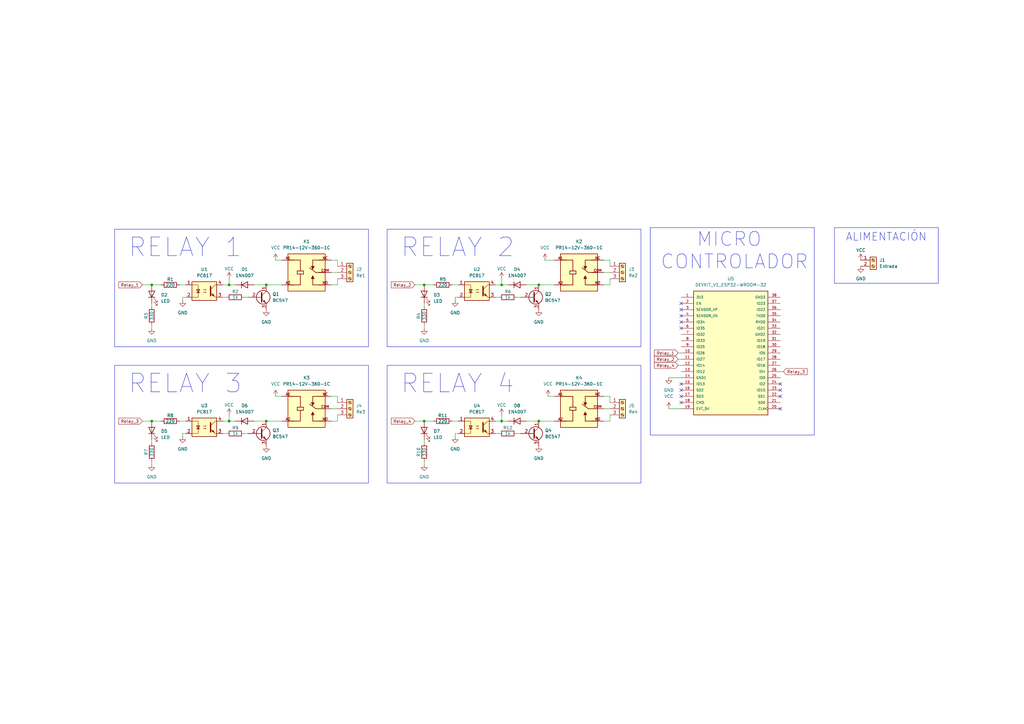
<source format=kicad_sch>
(kicad_sch (version 20231120) (generator "eeschema") (generator_version "8.0")
  (paper "A3")
  (lib_symbols
    (symbol "Connector:Screw_Terminal_01x02" (pin_names (offset 1.016) hide)
      (property "Reference" "J" (at 0 2.54 0))
      (property "Value" "Screw_Terminal_01x02" (at 0 -5.08 0))
      (symbol "Screw_Terminal_01x02_1_1"
        (rectangle (start -1.27 1.27) (end 1.27 -3.81) (stroke (width 0.254)) (fill (type background)))
        (circle (center 0 -2.54) (radius 0.635) (stroke (width 0.1524)))
        (polyline (pts (xy -0.5334 -2.2098) (xy 0.3302 -3.048)) (stroke (width 0.1524)))
        (polyline (pts (xy -0.5334 0.3302) (xy 0.3302 -0.508)) (stroke (width 0.1524)))
        (polyline (pts (xy -0.3556 -2.032) (xy 0.508 -2.8702)) (stroke (width 0.1524)))
        (polyline (pts (xy -0.3556 0.508) (xy 0.508 -0.3302)) (stroke (width 0.1524)))
        (circle (center 0 0) (radius 0.635) (stroke (width 0.1524)))
        (pin passive line (at -5.08 0 0) (length 3.81) (name "Pin_1") (number "1"))
        (pin passive line (at -5.08 -2.54 0) (length 3.81) (name "Pin_2") (number "2"))
      )
    )
    (symbol "Connector:Screw_Terminal_01x03" (pin_names (offset 1.016) hide)
      (property "Reference" "J" (at 0 5.08 0))
      (property "Value" "Screw_Terminal_01x03" (at 0 -5.08 0))
      (symbol "Screw_Terminal_01x03_1_1"
        (rectangle (start -1.27 3.81) (end 1.27 -3.81) (stroke (width 0.254)) (fill (type background)))
        (circle (center 0 -2.54) (radius 0.635) (stroke (width 0.1524)))
        (polyline (pts (xy -0.5334 -2.2098) (xy 0.3302 -3.048)) (stroke (width 0.1524)))
        (polyline (pts (xy -0.5334 0.3302) (xy 0.3302 -0.508)) (stroke (width 0.1524)))
        (polyline (pts (xy -0.5334 2.8702) (xy 0.3302 2.032)) (stroke (width 0.1524)))
        (polyline (pts (xy -0.3556 -2.032) (xy 0.508 -2.8702)) (stroke (width 0.1524)))
        (polyline (pts (xy -0.3556 0.508) (xy 0.508 -0.3302)) (stroke (width 0.1524)))
        (polyline (pts (xy -0.3556 3.048) (xy 0.508 2.2098)) (stroke (width 0.1524)))
        (circle (center 0 0) (radius 0.635) (stroke (width 0.1524)))
        (circle (center 0 2.54) (radius 0.635) (stroke (width 0.1524)))
        (pin passive line (at -5.08 2.54 0) (length 3.81) (name "Pin_1") (number "1"))
        (pin passive line (at -5.08 0 0) (length 3.81) (name "Pin_2") (number "2"))
        (pin passive line (at -5.08 -2.54 0) (length 3.81) (name "Pin_3") (number "3"))
      )
    )
    (symbol "DEVKIT_V1_ESP32-WROOM-32:DEVKIT_V1_ESP32-WROOM-32" (pin_names (offset 1.016))
      (property "Reference" "U" (at -15.2572 26.0643 0))
      (property "Value" "DEVKIT_V1_ESP32-WROOM-32" (at -15.2563 -27.9698 0))
      (symbol "DEVKIT_V1_ESP32-WROOM-32_0_0"
        (rectangle (start -15.24 -25.4) (end 15.24 25.4) (stroke (width 0.254)) (fill (type background)))
        (pin power_in line (at -20.32 22.86 0) (length 5.08) (name "3V3") (number "1"))
        (pin bidirectional line (at -20.32 0 0) (length 5.08) (name "IO26") (number "10"))
        (pin bidirectional line (at -20.32 -2.54 0) (length 5.08) (name "IO27") (number "11"))
        (pin bidirectional line (at -20.32 -5.08 0) (length 5.08) (name "IO14") (number "12"))
        (pin bidirectional line (at -20.32 -7.62 0) (length 5.08) (name "IO12") (number "13"))
        (pin power_in line (at -20.32 -10.16 0) (length 5.08) (name "GND1") (number "14"))
        (pin bidirectional line (at -20.32 -12.7 0) (length 5.08) (name "IO13") (number "15"))
        (pin bidirectional line (at -20.32 -15.24 0) (length 5.08) (name "SD2") (number "16"))
        (pin bidirectional line (at -20.32 -17.78 0) (length 5.08) (name "SD3") (number "17"))
        (pin bidirectional line (at -20.32 -20.32 0) (length 5.08) (name "CMD") (number "18"))
        (pin power_in line (at -20.32 -22.86 0) (length 5.08) (name "EXT_5V") (number "19"))
        (pin input line (at -20.32 20.32 0) (length 5.08) (name "EN") (number "2"))
        (pin input clock (at 20.32 -22.86 180) (length 5.08) (name "CLK") (number "20"))
        (pin bidirectional line (at 20.32 -20.32 180) (length 5.08) (name "SD0") (number "21"))
        (pin bidirectional line (at 20.32 -17.78 180) (length 5.08) (name "SD1") (number "22"))
        (pin bidirectional line (at 20.32 -15.24 180) (length 5.08) (name "IO15") (number "23"))
        (pin bidirectional line (at 20.32 -12.7 180) (length 5.08) (name "IO2") (number "24"))
        (pin bidirectional line (at 20.32 -10.16 180) (length 5.08) (name "IO0") (number "25"))
        (pin bidirectional line (at 20.32 -7.62 180) (length 5.08) (name "IO4") (number "26"))
        (pin bidirectional line (at 20.32 -5.08 180) (length 5.08) (name "IO16") (number "27"))
        (pin bidirectional line (at 20.32 -2.54 180) (length 5.08) (name "IO17") (number "28"))
        (pin bidirectional line (at 20.32 0 180) (length 5.08) (name "IO5") (number "29"))
        (pin input line (at -20.32 17.78 0) (length 5.08) (name "SENSOR_VP") (number "3"))
        (pin bidirectional line (at 20.32 2.54 180) (length 5.08) (name "IO18") (number "30"))
        (pin bidirectional line (at 20.32 5.08 180) (length 5.08) (name "IO19") (number "31"))
        (pin power_in line (at 20.32 7.62 180) (length 5.08) (name "GND2") (number "32"))
        (pin bidirectional line (at 20.32 10.16 180) (length 5.08) (name "IO21") (number "33"))
        (pin input line (at 20.32 12.7 180) (length 5.08) (name "RXD0") (number "34"))
        (pin output line (at 20.32 15.24 180) (length 5.08) (name "TXD0") (number "35"))
        (pin bidirectional line (at 20.32 17.78 180) (length 5.08) (name "IO22") (number "36"))
        (pin bidirectional line (at 20.32 20.32 180) (length 5.08) (name "IO23") (number "37"))
        (pin power_in line (at 20.32 22.86 180) (length 5.08) (name "GND3") (number "38"))
        (pin input line (at -20.32 15.24 0) (length 5.08) (name "SENSOR_VN") (number "4"))
        (pin bidirectional line (at -20.32 12.7 0) (length 5.08) (name "IO34") (number "5"))
        (pin bidirectional line (at -20.32 10.16 0) (length 5.08) (name "IO35") (number "6"))
        (pin bidirectional line (at -20.32 7.62 0) (length 5.08) (name "IO32") (number "7"))
        (pin bidirectional line (at -20.32 5.08 0) (length 5.08) (name "IO33") (number "8"))
        (pin bidirectional line (at -20.32 2.54 0) (length 5.08) (name "IO25") (number "9"))
      )
    )
    (symbol "Device:LED" (pin_numbers hide) (pin_names (offset 1.016) hide)
      (property "Reference" "D" (at 0 2.54 0))
      (property "Value" "LED" (at 0 -2.54 0))
      (symbol "LED_0_1"
        (polyline (pts (xy -1.27 -1.27) (xy -1.27 1.27)) (stroke (width 0.254)))
        (polyline (pts (xy -1.27 0) (xy 1.27 0)))
        (polyline (pts (xy 1.27 -1.27) (xy 1.27 1.27) (xy -1.27 0) (xy 1.27 -1.27)) (stroke (width 0.254)))
        (polyline (pts (xy -3.048 -0.762) (xy -4.572 -2.286) (xy -3.81 -2.286) (xy -4.572 -2.286) (xy -4.572 -1.524)))
        (polyline (pts (xy -1.778 -0.762) (xy -3.302 -2.286) (xy -2.54 -2.286) (xy -3.302 -2.286) (xy -3.302 -1.524)))
      )
      (symbol "LED_1_1"
        (pin passive line (at -3.81 0 0) (length 2.54) (name "K") (number "1"))
        (pin passive line (at 3.81 0 180) (length 2.54) (name "A") (number "2"))
      )
    )
    (symbol "Device:R" (pin_numbers hide) (pin_names (offset 0))
      (property "Reference" "R" (at 2.032 0 90))
      (property "Value" "R" (at 0 0 90))
      (symbol "R_0_1"
        (rectangle (start -1.016 -2.54) (end 1.016 2.54) (stroke (width 0.254)))
      )
      (symbol "R_1_1"
        (pin passive line (at 0 3.81 270) (length 1.27) (name "~") (number "1"))
        (pin passive line (at 0 -3.81 90) (length 1.27) (name "~") (number "2"))
      )
    )
    (symbol "Diode:1N4007" (pin_numbers hide) (pin_names hide)
      (property "Reference" "D" (at 0 2.54 0))
      (property "Value" "1N4007" (at 0 -2.54 0))
      (symbol "1N4007_0_1"
        (polyline (pts (xy -1.27 1.27) (xy -1.27 -1.27)) (stroke (width 0.254)))
        (polyline (pts (xy 1.27 0) (xy -1.27 0)))
        (polyline (pts (xy 1.27 1.27) (xy 1.27 -1.27) (xy -1.27 0) (xy 1.27 1.27)) (stroke (width 0.254)))
      )
      (symbol "1N4007_1_1"
        (pin passive line (at -3.81 0 0) (length 2.54) (name "K") (number "1"))
        (pin passive line (at 3.81 0 180) (length 2.54) (name "A") (number "2"))
      )
    )
    (symbol "Isolator:PC817" (pin_names (offset 1.016))
      (property "Reference" "U" (at -5.08 5.08 0))
      (property "Value" "PC817" (at 0 5.08 0))
      (symbol "PC817_0_1"
        (rectangle (start -5.08 3.81) (end 5.08 -3.81) (stroke (width 0.254)) (fill (type background)))
        (polyline (pts (xy -3.175 -0.635) (xy -1.905 -0.635)) (stroke (width 0.254)))
        (polyline (pts (xy 2.54 0.635) (xy 4.445 2.54)))
        (polyline (pts (xy 4.445 -2.54) (xy 2.54 -0.635)) (fill (type outline)))
        (polyline (pts (xy 4.445 -2.54) (xy 5.08 -2.54)))
        (polyline (pts (xy 4.445 2.54) (xy 5.08 2.54)))
        (polyline (pts (xy -5.08 2.54) (xy -2.54 2.54) (xy -2.54 -0.635)))
        (polyline (pts (xy -2.54 -0.635) (xy -2.54 -2.54) (xy -5.08 -2.54)))
        (polyline (pts (xy 2.54 1.905) (xy 2.54 -1.905) (xy 2.54 -1.905)) (stroke (width 0.508)))
        (polyline (pts (xy -2.54 -0.635) (xy -3.175 0.635) (xy -1.905 0.635) (xy -2.54 -0.635)) (stroke (width 0.254)))
        (polyline (pts (xy -0.508 -0.508) (xy 0.762 -0.508) (xy 0.381 -0.635) (xy 0.381 -0.381) (xy 0.762 -0.508)))
        (polyline (pts (xy -0.508 0.508) (xy 0.762 0.508) (xy 0.381 0.381) (xy 0.381 0.635) (xy 0.762 0.508)))
        (polyline (pts (xy 3.048 -1.651) (xy 3.556 -1.143) (xy 4.064 -2.159) (xy 3.048 -1.651) (xy 3.048 -1.651)) (fill (type outline)))
      )
      (symbol "PC817_1_1"
        (pin passive line (at -7.62 2.54 0) (length 2.54) (name "~") (number "1"))
        (pin passive line (at -7.62 -2.54 0) (length 2.54) (name "~") (number "2"))
        (pin passive line (at 7.62 -2.54 180) (length 2.54) (name "~") (number "3"))
        (pin passive line (at 7.62 2.54 180) (length 2.54) (name "~") (number "4"))
      )
    )
    (symbol "PR14-12V-360-1C:PR14-12V-360-1C" (pin_names (offset 1.016))
      (property "Reference" "K" (at -7.62 8.89 0))
      (property "Value" "PR14-12V-360-1C" (at -7.62 -10.16 0))
      (symbol "PR14-12V-360-1C_0_0"
        (rectangle (start -7.62 -7.62) (end 7.62 7.62) (stroke (width 0.254)) (fill (type background)))
        (polyline (pts (xy -7.62 -5.08) (xy -2.54 -5.08)) (stroke (width 0.254)))
        (polyline (pts (xy -7.62 5.08) (xy -2.54 5.08)) (stroke (width 0.254)))
        (polyline (pts (xy -3.81 -0.635) (xy -3.81 0.635)) (stroke (width 0.254)))
        (polyline (pts (xy -3.81 0.635) (xy -2.54 0.635)) (stroke (width 0.254)))
        (polyline (pts (xy -2.54 -0.635) (xy -3.81 -0.635)) (stroke (width 0.254)))
        (polyline (pts (xy -2.54 -0.635) (xy -2.54 -5.08)) (stroke (width 0.254)))
        (polyline (pts (xy -2.54 0.635) (xy -1.27 0.635)) (stroke (width 0.254)))
        (polyline (pts (xy -2.54 5.08) (xy -2.54 0.635)) (stroke (width 0.254)))
        (polyline (pts (xy -1.27 -0.635) (xy -2.54 -0.635)) (stroke (width 0.254)))
        (polyline (pts (xy -1.27 0.635) (xy -1.27 -0.635)) (stroke (width 0.254)))
        (polyline (pts (xy 2.54 -5.08) (xy 2.54 -2.54)) (stroke (width 0.254)))
        (polyline (pts (xy 2.54 5.08) (xy 2.54 2.54)) (stroke (width 0.254)))
        (polyline (pts (xy 2.54 5.08) (xy 7.62 5.08)) (stroke (width 0.254)))
        (polyline (pts (xy 3.81 0) (xy 1.27 1.905)) (stroke (width 0.254)))
        (polyline (pts (xy 7.62 -5.08) (xy 2.54 -5.08)) (stroke (width 0.254)))
        (polyline (pts (xy 7.62 0) (xy 3.81 0)) (stroke (width 0.254)))
        (polyline (pts (xy 1.905 -2.54) (xy 3.175 -2.54) (xy 2.54 -1.27) (xy 1.905 -2.54)) (stroke (width 0.1524)) (fill (type outline)))
        (polyline (pts (xy 3.175 2.54) (xy 1.905 2.54) (xy 2.54 1.27) (xy 3.175 2.54)) (stroke (width 0.1524)) (fill (type outline)))
        (pin passive line (at -10.16 5.08 0) (length 5.08) (name "~") (number "A1"))
        (pin passive line (at -10.16 -5.08 0) (length 5.08) (name "~") (number "A2"))
        (pin passive line (at 10.16 0 180) (length 5.08) (name "~") (number "COM"))
        (pin passive line (at 10.16 5.08 180) (length 5.08) (name "~") (number "NC"))
        (pin passive line (at 10.16 -5.08 180) (length 5.08) (name "~") (number "NO"))
      )
    )
    (symbol "Transistor_BJT:BC547" (pin_names (offset 0) hide)
      (property "Reference" "Q" (at 5.08 1.905 0))
      (property "Value" "BC547" (at 5.08 0 0))
      (symbol "BC547_0_1"
        (polyline (pts (xy 0 0) (xy 0.635 0)))
        (polyline (pts (xy 0.635 0.635) (xy 2.54 2.54)))
        (polyline (pts (xy 0.635 -0.635) (xy 2.54 -2.54) (xy 2.54 -2.54)))
        (polyline (pts (xy 0.635 1.905) (xy 0.635 -1.905) (xy 0.635 -1.905)) (stroke (width 0.508)))
        (polyline (pts (xy 1.27 -1.778) (xy 1.778 -1.27) (xy 2.286 -2.286) (xy 1.27 -1.778) (xy 1.27 -1.778)) (fill (type outline)))
        (circle (center 1.27 0) (radius 2.8194) (stroke (width 0.254)))
      )
      (symbol "BC547_1_1"
        (pin passive line (at 2.54 5.08 270) (length 2.54) (name "C") (number "1"))
        (pin input line (at -5.08 0 0) (length 5.08) (name "B") (number "2"))
        (pin passive line (at 2.54 -5.08 90) (length 2.54) (name "E") (number "3"))
      )
    )
    (symbol "power:GND" (power) (pin_numbers hide) (pin_names (offset 0) hide)
      (property "Value" "GND" (at 0 -3.81 0))
      (symbol "GND_0_1"
        (polyline (pts (xy 0 0) (xy 0 -1.27) (xy 1.27 -1.27) (xy 0 -2.54) (xy -1.27 -1.27) (xy 0 -1.27)))
      )
      (symbol "GND_1_1"
        (pin power_in line (at 0 0 270) (length 0) (name "~") (number "1"))
      )
    )
    (symbol "power:VCC" (power) (pin_numbers hide) (pin_names (offset 0) hide)
      (property "Value" "VCC" (at 0 3.556 0))
      (symbol "VCC_0_1"
        (polyline (pts (xy -0.762 1.27) (xy 0 2.54)))
        (polyline (pts (xy 0 0) (xy 0 2.54)))
        (polyline (pts (xy 0 2.54) (xy 0.762 1.27)))
      )
      (symbol "VCC_1_1"
        (pin power_in line (at 0 0 90) (length 0) (name "~") (number "1"))
      )
    )
  )
  (junction (at 173.99 116.84))
  (junction (at 62.23 172.72))
  (junction (at 205.74 172.72))
  (junction (at 220.98 172.72))
  (junction (at 93.98 172.72))
  (junction (at 205.74 116.84))
  (junction (at 220.98 116.84))
  (junction (at 109.22 116.84))
  (junction (at 93.98 116.84))
  (junction (at 109.22 172.72))
  (junction (at 62.23 116.84))
  (junction (at 173.99 172.72))
  (no_connect (at 279.4 124.46))
  (no_connect (at 320.04 167.64))
  (no_connect (at 279.4 160.02))
  (no_connect (at 279.4 134.62))
  (no_connect (at 279.4 127))
  (no_connect (at 279.4 132.08))
  (no_connect (at 320.04 162.56))
  (no_connect (at 279.4 157.48))
  (no_connect (at 279.4 129.54))
  (no_connect (at 279.4 165.1))
  (no_connect (at 320.04 160.02))
  (no_connect (at 279.4 162.56))
  (no_connect (at 320.04 157.48))
  (wire (pts (xy 74.93 123.19) (xy 74.93 121.92)))
  (wire (pts (xy 170.18 116.84) (xy 173.99 116.84)))
  (wire (pts (xy 213.36 121.92) (xy 212.09 121.92)))
  (wire (pts (xy 73.66 172.72) (xy 76.2 172.72)))
  (wire (pts (xy 186.69 177.8) (xy 187.96 177.8)))
  (wire (pts (xy 91.44 116.84) (xy 93.98 116.84)))
  (wire (pts (xy 247.65 167.64) (xy 250.19 167.64)))
  (wire (pts (xy 62.23 172.72) (xy 66.04 172.72)))
  (wire (pts (xy 203.2 172.72) (xy 205.74 172.72)))
  (wire (pts (xy 135.89 167.64) (xy 138.43 167.64)))
  (wire (pts (xy 113.03 162.56) (xy 115.57 162.56)))
  (wire (pts (xy 96.52 172.72) (xy 93.98 172.72)))
  (wire (pts (xy 74.93 121.92) (xy 76.2 121.92)))
  (wire (pts (xy 115.57 116.84) (xy 109.22 116.84)))
  (wire (pts (xy 96.52 116.84) (xy 93.98 116.84)))
  (wire (pts (xy 186.69 121.92) (xy 187.96 121.92)))
  (wire (pts (xy 92.71 177.8) (xy 91.44 177.8)))
  (wire (pts (xy 104.14 172.72) (xy 109.22 172.72)))
  (wire (pts (xy 58.42 116.84) (xy 62.23 116.84)))
  (wire (pts (xy 138.43 162.56) (xy 138.43 165.1)))
  (wire (pts (xy 92.71 121.92) (xy 91.44 121.92)))
  (wire (pts (xy 185.42 172.72) (xy 187.96 172.72)))
  (wire (pts (xy 173.99 134.62) (xy 173.99 133.35)))
  (wire (pts (xy 135.89 106.68) (xy 138.43 106.68)))
  (wire (pts (xy 115.57 172.72) (xy 109.22 172.72)))
  (wire (pts (xy 135.89 162.56) (xy 138.43 162.56)))
  (wire (pts (xy 173.99 116.84) (xy 177.8 116.84)))
  (wire (pts (xy 205.74 114.3) (xy 205.74 116.84)))
  (wire (pts (xy 208.28 116.84) (xy 205.74 116.84)))
  (wire (pts (xy 104.14 116.84) (xy 109.22 116.84)))
  (wire (pts (xy 274.32 167.64) (xy 279.4 167.64)))
  (wire (pts (xy 113.03 106.68) (xy 115.57 106.68)))
  (wire (pts (xy 247.65 111.76) (xy 250.19 111.76)))
  (wire (pts (xy 213.36 177.8) (xy 212.09 177.8)))
  (wire (pts (xy 274.32 154.94) (xy 279.4 154.94)))
  (wire (pts (xy 227.33 116.84) (xy 220.98 116.84)))
  (wire (pts (xy 250.19 106.68) (xy 250.19 109.22)))
  (wire (pts (xy 204.47 177.8) (xy 203.2 177.8)))
  (wire (pts (xy 278.13 144.78) (xy 279.4 144.78)))
  (wire (pts (xy 278.13 147.32) (xy 279.4 147.32)))
  (wire (pts (xy 173.99 172.72) (xy 177.8 172.72)))
  (wire (pts (xy 91.44 172.72) (xy 93.98 172.72)))
  (wire (pts (xy 208.28 172.72) (xy 205.74 172.72)))
  (wire (pts (xy 250.19 116.84) (xy 247.65 116.84)))
  (wire (pts (xy 74.93 177.8) (xy 76.2 177.8)))
  (wire (pts (xy 93.98 170.18) (xy 93.98 172.72)))
  (wire (pts (xy 247.65 162.56) (xy 250.19 162.56)))
  (wire (pts (xy 203.2 116.84) (xy 205.74 116.84)))
  (wire (pts (xy 101.6 121.92) (xy 100.33 121.92)))
  (wire (pts (xy 250.19 114.3) (xy 250.19 116.84)))
  (wire (pts (xy 93.98 114.3) (xy 93.98 116.84)))
  (wire (pts (xy 138.43 172.72) (xy 135.89 172.72)))
  (wire (pts (xy 186.69 123.19) (xy 186.69 121.92)))
  (wire (pts (xy 250.19 172.72) (xy 247.65 172.72)))
  (wire (pts (xy 62.23 116.84) (xy 66.04 116.84)))
  (wire (pts (xy 278.13 149.86) (xy 279.4 149.86)))
  (wire (pts (xy 135.89 111.76) (xy 138.43 111.76)))
  (wire (pts (xy 224.79 162.56) (xy 227.33 162.56)))
  (wire (pts (xy 250.19 162.56) (xy 250.19 165.1)))
  (wire (pts (xy 173.99 190.5) (xy 173.99 189.23)))
  (wire (pts (xy 138.43 114.3) (xy 138.43 116.84)))
  (wire (pts (xy 186.69 179.07) (xy 186.69 177.8)))
  (wire (pts (xy 62.23 124.46) (xy 62.23 125.73)))
  (wire (pts (xy 173.99 124.46) (xy 173.99 125.73)))
  (wire (pts (xy 73.66 116.84) (xy 76.2 116.84)))
  (wire (pts (xy 138.43 106.68) (xy 138.43 109.22)))
  (wire (pts (xy 215.9 172.72) (xy 220.98 172.72)))
  (wire (pts (xy 215.9 116.84) (xy 220.98 116.84)))
  (wire (pts (xy 62.23 190.5) (xy 62.23 189.23)))
  (wire (pts (xy 170.18 172.72) (xy 173.99 172.72)))
  (wire (pts (xy 58.42 172.72) (xy 62.23 172.72)))
  (wire (pts (xy 204.47 121.92) (xy 203.2 121.92)))
  (wire (pts (xy 101.6 177.8) (xy 100.33 177.8)))
  (wire (pts (xy 223.52 106.68) (xy 227.33 106.68)))
  (wire (pts (xy 74.93 179.07) (xy 74.93 177.8)))
  (wire (pts (xy 250.19 170.18) (xy 250.19 172.72)))
  (wire (pts (xy 62.23 180.34) (xy 62.23 181.61)))
  (wire (pts (xy 247.65 106.68) (xy 250.19 106.68)))
  (wire (pts (xy 62.23 134.62) (xy 62.23 133.35)))
  (wire (pts (xy 321.31 152.4) (xy 320.04 152.4)))
  (wire (pts (xy 138.43 116.84) (xy 135.89 116.84)))
  (wire (pts (xy 185.42 116.84) (xy 187.96 116.84)))
  (wire (pts (xy 205.74 170.18) (xy 205.74 172.72)))
  (wire (pts (xy 138.43 170.18) (xy 138.43 172.72)))
  (wire (pts (xy 173.99 180.34) (xy 173.99 181.61)))
  (wire (pts (xy 227.33 172.72) (xy 220.98 172.72)))
  (rectangle (start 342.265 93.345) (end 384.81 116.205))
  (rectangle (start 46.99 149.86) (end 151.13 198.12))
  (rectangle (start 158.75 93.98) (end 262.89 142.24))
  (rectangle (start 158.75 149.86) (end 262.89 198.12))
  (rectangle (start 266.7 93.345) (end 334.01 178.435))
  (rectangle (start 46.99 93.98) (end 151.13 142.24))
  (text "ALIMENTACIÓN\n" (at 363.474 97.282 0) (effects (font (size 3.175 3.175))))
  (text "RELAY 3\n\n" (at 75.946 163.576 0) (effects (font (size 7.62 7.62))))
  (text "RELAY 1\n\n" (at 75.946 107.696 0) (effects (font (size 7.62 7.62))))
  (text "RELAY 4\n\n" (at 187.706 163.576 0) (effects (font (size 7.62 7.62))))
  (text "MICRO \nCONTROLADOR\n" (at 301.244 102.87 0) (effects (font (size 5.715 5.715))))
  (text "RELAY 2\n\n" (at 187.706 107.696 0) (effects (font (size 7.62 7.62))))
  (global_label "Relay_2" (shape input) (at 170.18 116.84 180) (property "Intersheetrefs" "${INTERSHEET_REFS}" (effects (hide yes))))
  (global_label "Relay_2" (shape input) (at 278.13 147.32 180) (property "Intersheetrefs" "${INTERSHEET_REFS}" (effects (hide yes))))
  (global_label "Relay_3" (shape input) (at 58.42 172.72 180) (property "Intersheetrefs" "${INTERSHEET_REFS}" (effects (hide yes))))
  (global_label "Relay_3" (shape input) (at 321.31 152.4 0) (property "Intersheetrefs" "${INTERSHEET_REFS}" (effects (hide yes))))
  (global_label "Relay_4" (shape input) (at 170.18 172.72 180) (property "Intersheetrefs" "${INTERSHEET_REFS}" (effects (hide yes))))
  (global_label "Relay_1" (shape input) (at 58.42 116.84 180) (property "Intersheetrefs" "${INTERSHEET_REFS}" (effects (hide yes))))
  (global_label "Relay_1" (shape input) (at 278.13 144.78 180) (property "Intersheetrefs" "${INTERSHEET_REFS}" (effects (hide yes))))
  (global_label "Relay_4" (shape input) (at 278.13 149.86 180) (property "Intersheetrefs" "${INTERSHEET_REFS}" (effects (hide yes))))
  (symbol (lib_id "power:VCC") (at 93.98 114.3 0) (unit 1)
    (property "Reference" "#PWR08" (effects (hide yes)))
    (property "Value" "VCC" (at 93.98 110.236 0))
    (property "Description" "Power symbol creates a global label with name \"VCC\"" (effects (hide yes)))
  )
  (symbol (lib_id "power:VCC") (at 205.74 114.3 0) (unit 1)
    (property "Reference" "#PWR03" (effects (hide yes)))
    (property "Value" "VCC" (at 205.74 110.236 0))
    (property "Description" "Power symbol creates a global label with name \"VCC\"" (effects (hide yes)))
  )
  (symbol (lib_id "power:VCC") (at 93.98 170.18 0) (unit 1)
    (property "Reference" "#PWR015" (effects (hide yes)))
    (property "Value" "VCC" (at 93.98 166.116 0))
    (property "Description" "Power symbol creates a global label with name \"VCC\"" (effects (hide yes)))
  )
  (symbol (lib_id "Device:R") (at 208.28 121.92 90) (unit 1)
    (property "Reference" "R6" (at 208.28 119.634 90))
    (property "Value" "1k" (at 208.28 121.92 90))
    (property "Footprint" "Resistor_SMD:R_0805_2012Metric_Pad1.20x1.40mm_HandSolder" (effects (hide yes)))
    (property "Description" "Resistor" (effects (hide yes)))
  )
  (symbol (lib_id "PR14-12V-360-1C:PR14-12V-360-1C") (at 237.49 111.76 0) (unit 1)
    (property "Reference" "K2" (at 237.49 99.06 0))
    (property "Value" "PR14-12V-360-1C" (at 237.49 101.6 0))
    (property "Footprint" "Relés:RELAY_PR14-12V-360-1C" (effects (hide yes)))
    (property "MF" "Same Sky" (effects (hide yes)))
    (property "MAXIMUM_PACKAGE_HEIGHT" "16.1mm" (effects (hide yes)))
    (property "Package" "None" (effects (hide yes)))
    (property "Price" "None" (effects (hide yes)))
    (property "Check_prices" "https://www.snapeda.com/parts/PR14-12V-360-1C/Same+Sky/view-part/?ref=eda" (effects (hide yes)))
    (property "STANDARD" "Manufacturer Recommendations" (effects (hide yes)))
    (property "PARTREV" "1.0" (effects (hide yes)))
    (property "SnapEDA_Link" "https://www.snapeda.com/parts/PR14-12V-360-1C/Same+Sky/view-part/?ref=snap" (effects (hide yes)))
    (property "MP" "PR14-12V-360-1C" (effects (hide yes)))
    (property "Description_1" "\n                        \n                            19 x 15.5 x 15.8 mm, 12 V, 10 A, SPDT (1 Form C), Power Relay\n                        \n" (effects (hide yes)))
    (property "SNAPEDA_PN" "PR12-5V-360-1C" (effects (hide yes)))
    (property "Availability" "In Stock" (effects (hide yes)))
    (property "MANUFACTURER" "CUI devices" (effects (hide yes)))
  )
  (symbol (lib_id "Isolator:PC817") (at 195.58 119.38 0) (unit 1)
    (property "Reference" "U2" (at 195.58 110.49 0))
    (property "Value" "PC817" (at 195.58 113.03 0))
    (property "Footprint" "Package_DIP:DIP-4_W7.62mm" (effects (hide yes)))
    (property "Datasheet" "http://www.soselectronic.cz/a_info/resource/d/pc817.pdf" (effects (hide yes)))
    (property "Description" "DC Optocoupler, Vce 35V, CTR 50-300%, DIP-4" (effects (hide yes)))
  )
  (symbol (lib_id "power:VCC") (at 223.52 106.68 0) (unit 1)
    (property "Reference" "#PWR05" (effects (hide yes)))
    (property "Value" "VCC" (at 223.52 101.6 0))
    (property "Description" "Power symbol creates a global label with name \"VCC\"" (effects (hide yes)))
  )
  (symbol (lib_id "power:VCC") (at 274.32 167.64 0) (unit 1)
    (property "Reference" "#PWR023" (effects (hide yes)))
    (property "Value" "VCC" (at 274.32 162.56 0))
    (property "Description" "Power symbol creates a global label with name \"VCC\"" (effects (hide yes)))
  )
  (symbol (lib_id "Transistor_BJT:BC547") (at 218.44 121.92 0) (unit 1)
    (property "Reference" "Q2" (at 223.52 120.6499 0) (effects (justify left)))
    (property "Value" "BC547" (at 223.52 123.1899 0) (effects (justify left)))
    (property "Footprint" "Package_TO_SOT_THT:TO-92_Inline" (effects (hide yes)))
    (property "Datasheet" "https://www.onsemi.com/pub/Collateral/BC550-D.pdf" (effects (hide yes)))
    (property "Description" "0.1A Ic, 45V Vce, Small Signal NPN Transistor, TO-92" (effects (hide yes)))
  )
  (symbol (lib_id "power:GND") (at 74.93 123.19 0) (unit 1)
    (property "Reference" "#PWR07" (effects (hide yes)))
    (property "Value" "GND" (at 74.93 128.27 0))
    (property "Description" "Power symbol creates a global label with name \"GND\" , ground" (effects (hide yes)))
  )
  (symbol (lib_id "PR14-12V-360-1C:PR14-12V-360-1C") (at 125.73 167.64 0) (unit 1)
    (property "Reference" "K3" (at 125.73 154.94 0))
    (property "Value" "PR14-12V-360-1C" (at 125.73 157.48 0))
    (property "Footprint" "Relés:RELAY_PR14-12V-360-1C" (effects (hide yes)))
    (property "MF" "Same Sky" (effects (hide yes)))
    (property "MAXIMUM_PACKAGE_HEIGHT" "16.1mm" (effects (hide yes)))
    (property "Package" "None" (effects (hide yes)))
    (property "Price" "None" (effects (hide yes)))
    (property "Check_prices" "https://www.snapeda.com/parts/PR14-12V-360-1C/Same+Sky/view-part/?ref=eda" (effects (hide yes)))
    (property "STANDARD" "Manufacturer Recommendations" (effects (hide yes)))
    (property "PARTREV" "1.0" (effects (hide yes)))
    (property "SnapEDA_Link" "https://www.snapeda.com/parts/PR14-12V-360-1C/Same+Sky/view-part/?ref=snap" (effects (hide yes)))
    (property "MP" "PR14-12V-360-1C" (effects (hide yes)))
    (property "Description_1" "\n                        \n                            19 x 15.5 x 15.8 mm, 12 V, 10 A, SPDT (1 Form C), Power Relay\n                        \n" (effects (hide yes)))
    (property "SNAPEDA_PN" "PR12-5V-360-1C" (effects (hide yes)))
    (property "Availability" "In Stock" (effects (hide yes)))
    (property "MANUFACTURER" "CUI devices" (effects (hide yes)))
  )
  (symbol (lib_id "Device:R") (at 69.85 172.72 90) (unit 1)
    (property "Reference" "R8" (at 69.85 170.434 90))
    (property "Value" "220" (at 69.85 172.72 90))
    (property "Footprint" "Resistor_SMD:R_0805_2012Metric_Pad1.20x1.40mm_HandSolder" (effects (hide yes)))
    (property "Description" "Resistor" (effects (hide yes)))
  )
  (symbol (lib_id "Device:R") (at 173.99 129.54 180) (unit 1)
    (property "Reference" "R4" (at 171.704 129.54 90))
    (property "Value" "330" (at 173.99 129.54 90))
    (property "Footprint" "Resistor_SMD:R_0805_2012Metric_Pad1.20x1.40mm_HandSolder" (effects (hide yes)))
    (property "Description" "Resistor" (effects (hide yes)))
  )
  (symbol (lib_id "power:GND") (at 186.69 123.19 0) (unit 1)
    (property "Reference" "#PWR02" (effects (hide yes)))
    (property "Value" "GND" (at 186.69 128.27 0))
    (property "Description" "Power symbol creates a global label with name \"GND\" , ground" (effects (hide yes)))
  )
  (symbol (lib_id "Device:R") (at 62.23 129.54 180) (unit 1)
    (property "Reference" "R3" (at 59.944 129.54 90))
    (property "Value" "330" (at 62.23 129.54 90))
    (property "Footprint" "Resistor_SMD:R_0805_2012Metric_Pad1.20x1.40mm_HandSolder" (effects (hide yes)))
    (property "Description" "Resistor" (effects (hide yes)))
  )
  (symbol (lib_id "Device:R") (at 181.61 116.84 90) (unit 1)
    (property "Reference" "R5" (at 181.61 114.554 90))
    (property "Value" "220" (at 181.61 116.84 90))
    (property "Footprint" "Resistor_SMD:R_0805_2012Metric_Pad1.20x1.40mm_HandSolder" (effects (hide yes)))
    (property "Description" "Resistor" (effects (hide yes)))
  )
  (symbol (lib_id "Device:R") (at 208.28 177.8 90) (unit 1)
    (property "Reference" "R12" (at 208.28 175.514 90))
    (property "Value" "1k" (at 208.28 177.8 90))
    (property "Footprint" "Resistor_SMD:R_0805_2012Metric_Pad1.20x1.40mm_HandSolder" (effects (hide yes)))
    (property "Description" "Resistor" (effects (hide yes)))
  )
  (symbol (lib_id "power:GND") (at 186.69 179.07 0) (unit 1)
    (property "Reference" "#PWR019" (effects (hide yes)))
    (property "Value" "GND" (at 186.69 184.15 0))
    (property "Description" "Power symbol creates a global label with name \"GND\" , ground" (effects (hide yes)))
  )
  (symbol (lib_id "power:GND") (at 109.22 127 0) (unit 1)
    (property "Reference" "#PWR09" (effects (hide yes)))
    (property "Value" "GND" (at 109.22 132.08 0))
    (property "Description" "Power symbol creates a global label with name \"GND\" , ground" (effects (hide yes)))
  )
  (symbol (lib_id "PR14-12V-360-1C:PR14-12V-360-1C") (at 237.49 167.64 0) (unit 1)
    (property "Reference" "K4" (at 237.49 154.94 0))
    (property "Value" "PR14-12V-360-1C" (at 237.49 157.48 0))
    (property "Footprint" "Relés:RELAY_PR14-12V-360-1C" (effects (hide yes)))
    (property "MF" "Same Sky" (effects (hide yes)))
    (property "MAXIMUM_PACKAGE_HEIGHT" "16.1mm" (effects (hide yes)))
    (property "Package" "None" (effects (hide yes)))
    (property "Price" "None" (effects (hide yes)))
    (property "Check_prices" "https://www.snapeda.com/parts/PR14-12V-360-1C/Same+Sky/view-part/?ref=eda" (effects (hide yes)))
    (property "STANDARD" "Manufacturer Recommendations" (effects (hide yes)))
    (property "PARTREV" "1.0" (effects (hide yes)))
    (property "SnapEDA_Link" "https://www.snapeda.com/parts/PR14-12V-360-1C/Same+Sky/view-part/?ref=snap" (effects (hide yes)))
    (property "MP" "PR14-12V-360-1C" (effects (hide yes)))
    (property "Description_1" "\n                        \n                            19 x 15.5 x 15.8 mm, 12 V, 10 A, SPDT (1 Form C), Power Relay\n                        \n" (effects (hide yes)))
    (property "SNAPEDA_PN" "PR12-5V-360-1C" (effects (hide yes)))
    (property "Availability" "In Stock" (effects (hide yes)))
    (property "MANUFACTURER" "CUI devices" (effects (hide yes)))
  )
  (symbol (lib_id "power:VCC") (at 113.03 106.68 0) (unit 1)
    (property "Reference" "#PWR010" (effects (hide yes)))
    (property "Value" "VCC" (at 113.03 101.6 0))
    (property "Description" "Power symbol creates a global label with name \"VCC\"" (effects (hide yes)))
  )
  (symbol (lib_id "Connector:Screw_Terminal_01x03") (at 143.51 167.64 0) (unit 1)
    (property "Reference" "J4" (at 146.05 166.3699 0) (effects (justify left)))
    (property "Value" "Re3" (at 146.05 168.9099 0) (effects (justify left)))
    (property "Footprint" "TerminalBlock_4Ucon:TerminalBlock_4Ucon_1x03_P3.50mm_Vertical" (effects (hide yes)))
    (property "Description" "Generic screw terminal, single row, 01x03, script generated (kicad-library-utils/schlib/autogen/connector/)" (effects (hide yes)))
  )
  (symbol (lib_id "power:VCC") (at 224.79 162.56 0) (unit 1)
    (property "Reference" "#PWR022" (effects (hide yes)))
    (property "Value" "VCC" (at 224.79 157.48 0))
    (property "Description" "Power symbol creates a global label with name \"VCC\"" (effects (hide yes)))
  )
  (symbol (lib_id "power:GND") (at 62.23 134.62 0) (unit 1)
    (property "Reference" "#PWR06" (effects (hide yes)))
    (property "Value" "GND" (at 62.23 139.7 0))
    (property "Description" "Power symbol creates a global label with name \"GND\" , ground" (effects (hide yes)))
  )
  (symbol (lib_id "power:GND") (at 109.22 182.88 0) (unit 1)
    (property "Reference" "#PWR016" (effects (hide yes)))
    (property "Value" "GND" (at 109.22 187.96 0))
    (property "Description" "Power symbol creates a global label with name \"GND\" , ground" (effects (hide yes)))
  )
  (symbol (lib_id "Device:R") (at 173.99 185.42 180) (unit 1)
    (property "Reference" "R10" (at 171.704 185.42 90))
    (property "Value" "330" (at 173.99 185.42 90))
    (property "Footprint" "Resistor_SMD:R_0805_2012Metric_Pad1.20x1.40mm_HandSolder" (effects (hide yes)))
    (property "Description" "Resistor" (effects (hide yes)))
  )
  (symbol (lib_id "Connector:Screw_Terminal_01x03") (at 255.27 111.76 0) (unit 1)
    (property "Reference" "J3" (at 257.81 110.4899 0) (effects (justify left)))
    (property "Value" "Re2" (at 257.81 113.0299 0) (effects (justify left)))
    (property "Footprint" "TerminalBlock_4Ucon:TerminalBlock_4Ucon_1x03_P3.50mm_Vertical" (effects (hide yes)))
    (property "Description" "Generic screw terminal, single row, 01x03, script generated (kicad-library-utils/schlib/autogen/connector/)" (effects (hide yes)))
  )
  (symbol (lib_id "Transistor_BJT:BC547") (at 106.68 177.8 0) (unit 1)
    (property "Reference" "Q3" (at 111.76 176.5299 0) (effects (justify left)))
    (property "Value" "BC547" (at 111.76 179.0699 0) (effects (justify left)))
    (property "Footprint" "Package_TO_SOT_THT:TO-92_Inline" (effects (hide yes)))
    (property "Datasheet" "https://www.onsemi.com/pub/Collateral/BC550-D.pdf" (effects (hide yes)))
    (property "Description" "0.1A Ic, 45V Vce, Small Signal NPN Transistor, TO-92" (effects (hide yes)))
  )
  (symbol (lib_id "Device:LED") (at 62.23 120.65 90) (unit 1)
    (property "Reference" "D2" (at 66.04 120.9674 90) (effects (justify right)))
    (property "Value" "LED" (at 66.04 123.5074 90) (effects (justify right)))
    (property "Footprint" "Resistor_SMD:R_0805_2012Metric_Pad1.20x1.40mm_HandSolder" (effects (hide yes)))
    (property "Description" "Light emitting diode" (effects (hide yes)))
  )
  (symbol (lib_id "power:VCC") (at 113.03 162.56 0) (unit 1)
    (property "Reference" "#PWR017" (effects (hide yes)))
    (property "Value" "VCC" (at 113.03 157.48 0))
    (property "Description" "Power symbol creates a global label with name \"VCC\"" (effects (hide yes)))
  )
  (symbol (lib_id "Isolator:PC817") (at 83.82 175.26 0) (unit 1)
    (property "Reference" "U3" (at 83.82 166.37 0))
    (property "Value" "PC817" (at 83.82 168.91 0))
    (property "Footprint" "Package_DIP:DIP-4_W7.62mm" (effects (hide yes)))
    (property "Datasheet" "http://www.soselectronic.cz/a_info/resource/d/pc817.pdf" (effects (hide yes)))
    (property "Description" "DC Optocoupler, Vce 35V, CTR 50-300%, DIP-4" (effects (hide yes)))
  )
  (symbol (lib_id "power:GND") (at 173.99 190.5 0) (unit 1)
    (property "Reference" "#PWR018" (effects (hide yes)))
    (property "Value" "GND" (at 173.99 195.58 0))
    (property "Description" "Power symbol creates a global label with name \"GND\" , ground" (effects (hide yes)))
  )
  (symbol (lib_id "Diode:1N4007") (at 100.33 116.84 0) (unit 1)
    (property "Reference" "D1" (at 100.33 110.49 0))
    (property "Value" "1N4007" (at 100.33 113.03 0))
    (property "Footprint" "Resistor_SMD:R_0805_2012Metric_Pad1.20x1.40mm_HandSolder" (effects (hide yes)))
    (property "Datasheet" "http://www.vishay.com/docs/88503/1n4001.pdf" (effects (hide yes)))
    (property "Description" "1000V 1A General Purpose Rectifier Diode, DO-41" (effects (hide yes)))
    (property "Sim.Device" "D" (effects (hide yes)))
    (property "Sim.Pins" "1=K 2=A" (effects (hide yes)))
  )
  (symbol (lib_id "Diode:1N4007") (at 100.33 172.72 0) (unit 1)
    (property "Reference" "D6" (at 100.33 166.37 0))
    (property "Value" "1N4007" (at 100.33 168.91 0))
    (property "Footprint" "Resistor_SMD:R_0805_2012Metric_Pad1.20x1.40mm_HandSolder" (effects (hide yes)))
    (property "Datasheet" "http://www.vishay.com/docs/88503/1n4001.pdf" (effects (hide yes)))
    (property "Description" "1000V 1A General Purpose Rectifier Diode, DO-41" (effects (hide yes)))
    (property "Sim.Device" "D" (effects (hide yes)))
    (property "Sim.Pins" "1=K 2=A" (effects (hide yes)))
  )
  (symbol (lib_id "Device:LED") (at 173.99 120.65 90) (unit 1)
    (property "Reference" "D3" (at 177.8 120.9674 90) (effects (justify right)))
    (property "Value" "LED" (at 177.8 123.5074 90) (effects (justify right)))
    (property "Footprint" "Resistor_SMD:R_0805_2012Metric_Pad1.20x1.40mm_HandSolder" (effects (hide yes)))
    (property "Description" "Light emitting diode" (effects (hide yes)))
  )
  (symbol (lib_id "Device:R") (at 96.52 177.8 90) (unit 1)
    (property "Reference" "R9" (at 96.52 175.514 90))
    (property "Value" "1k" (at 96.52 177.8 90))
    (property "Footprint" "Resistor_SMD:R_0805_2012Metric_Pad1.20x1.40mm_HandSolder" (effects (hide yes)))
    (property "Description" "Resistor" (effects (hide yes)))
  )
  (symbol (lib_id "Device:R") (at 62.23 185.42 180) (unit 1)
    (property "Reference" "R7" (at 59.944 185.42 90))
    (property "Value" "330" (at 62.23 185.42 90))
    (property "Footprint" "Resistor_SMD:R_0805_2012Metric_Pad1.20x1.40mm_HandSolder" (effects (hide yes)))
    (property "Description" "Resistor" (effects (hide yes)))
  )
  (symbol (lib_id "Device:LED") (at 62.23 176.53 90) (unit 1)
    (property "Reference" "D5" (at 66.04 176.8474 90) (effects (justify right)))
    (property "Value" "LED" (at 66.04 179.3874 90) (effects (justify right)))
    (property "Footprint" "Resistor_SMD:R_0805_2012Metric_Pad1.20x1.40mm_HandSolder" (effects (hide yes)))
    (property "Description" "Light emitting diode" (effects (hide yes)))
  )
  (symbol (lib_id "Device:LED") (at 173.99 176.53 90) (unit 1)
    (property "Reference" "D7" (at 177.8 176.8474 90) (effects (justify right)))
    (property "Value" "LED" (at 177.8 179.3874 90) (effects (justify right)))
    (property "Footprint" "Resistor_SMD:R_0805_2012Metric_Pad1.20x1.40mm_HandSolder" (effects (hide yes)))
    (property "Description" "Light emitting diode" (effects (hide yes)))
  )
  (symbol (lib_id "Diode:1N4007") (at 212.09 116.84 0) (unit 1)
    (property "Reference" "D4" (at 212.09 110.49 0))
    (property "Value" "1N4007" (at 212.09 113.03 0))
    (property "Footprint" "Resistor_SMD:R_0805_2012Metric_Pad1.20x1.40mm_HandSolder" (effects (hide yes)))
    (property "Datasheet" "http://www.vishay.com/docs/88503/1n4001.pdf" (effects (hide yes)))
    (property "Description" "1000V 1A General Purpose Rectifier Diode, DO-41" (effects (hide yes)))
    (property "Sim.Device" "D" (effects (hide yes)))
    (property "Sim.Pins" "1=K 2=A" (effects (hide yes)))
  )
  (symbol (lib_id "Device:R") (at 69.85 116.84 90) (unit 1)
    (property "Reference" "R1" (at 69.85 114.554 90))
    (property "Value" "220" (at 69.85 116.84 90))
    (property "Footprint" "Resistor_SMD:R_0805_2012Metric_Pad1.20x1.40mm_HandSolder" (effects (hide yes)))
    (property "Description" "Resistor" (effects (hide yes)))
  )
  (symbol (lib_id "power:GND") (at 220.98 127 0) (unit 1)
    (property "Reference" "#PWR04" (effects (hide yes)))
    (property "Value" "GND" (at 220.98 132.08 0))
    (property "Description" "Power symbol creates a global label with name \"GND\" , ground" (effects (hide yes)))
  )
  (symbol (lib_id "Connector:Screw_Terminal_01x02") (at 358.14 106.68 0) (unit 1)
    (property "Reference" "J1" (at 360.68 106.6799 0) (effects (justify left)))
    (property "Value" "Entrada" (at 360.68 109.2199 0) (effects (justify left)))
    (property "Footprint" "TerminalBlock_4Ucon:TerminalBlock_4Ucon_1x02_P3.50mm_Vertical" (effects (hide yes)))
    (property "Description" "Generic screw terminal, single row, 01x02, script generated (kicad-library-utils/schlib/autogen/connector/)" (effects (hide yes)))
  )
  (symbol (lib_id "Connector:Screw_Terminal_01x03") (at 143.51 111.76 0) (unit 1)
    (property "Reference" "J2" (at 146.05 110.4899 0) (effects (justify left)))
    (property "Value" "Re1" (at 146.05 113.0299 0) (effects (justify left)))
    (property "Footprint" "TerminalBlock_4Ucon:TerminalBlock_4Ucon_1x03_P3.50mm_Vertical" (effects (hide yes)))
    (property "Description" "Generic screw terminal, single row, 01x03, script generated (kicad-library-utils/schlib/autogen/connector/)" (effects (hide yes)))
  )
  (symbol (lib_id "power:GND") (at 274.32 154.94 0) (unit 1)
    (property "Reference" "#PWR025" (effects (hide yes)))
    (property "Value" "GND" (at 274.32 160.02 0))
    (property "Description" "Power symbol creates a global label with name \"GND\" , ground" (effects (hide yes)))
  )
  (symbol (lib_id "PR14-12V-360-1C:PR14-12V-360-1C") (at 125.73 111.76 0) (unit 1)
    (property "Reference" "K1" (at 125.73 99.06 0))
    (property "Value" "PR14-12V-360-1C" (at 125.73 101.6 0))
    (property "Footprint" "Relés:RELAY_PR14-12V-360-1C" (effects (hide yes)))
    (property "MF" "Same Sky" (effects (hide yes)))
    (property "MAXIMUM_PACKAGE_HEIGHT" "16.1mm" (effects (hide yes)))
    (property "Package" "None" (effects (hide yes)))
    (property "Price" "None" (effects (hide yes)))
    (property "Check_prices" "https://www.snapeda.com/parts/PR14-12V-360-1C/Same+Sky/view-part/?ref=eda" (effects (hide yes)))
    (property "STANDARD" "Manufacturer Recommendations" (effects (hide yes)))
    (property "PARTREV" "1.0" (effects (hide yes)))
    (property "SnapEDA_Link" "https://www.snapeda.com/parts/PR14-12V-360-1C/Same+Sky/view-part/?ref=snap" (effects (hide yes)))
    (property "MP" "PR14-12V-360-1C" (effects (hide yes)))
    (property "Description_1" "\n                        \n                            19 x 15.5 x 15.8 mm, 12 V, 10 A, SPDT (1 Form C), Power Relay\n                        \n" (effects (hide yes)))
    (property "SNAPEDA_PN" "PR12-5V-360-1C" (effects (hide yes)))
    (property "Availability" "In Stock" (effects (hide yes)))
    (property "MANUFACTURER" "CUI devices" (effects (hide yes)))
  )
  (symbol (lib_id "Device:R") (at 96.52 121.92 90) (unit 1)
    (property "Reference" "R2" (at 96.52 119.634 90))
    (property "Value" "1k" (at 96.52 121.92 90))
    (property "Footprint" "Resistor_SMD:R_0805_2012Metric_Pad1.20x1.40mm_HandSolder" (effects (hide yes)))
    (property "Description" "Resistor" (effects (hide yes)))
  )
  (symbol (lib_id "Isolator:PC817") (at 83.82 119.38 0) (unit 1)
    (property "Reference" "U1" (at 83.82 110.49 0))
    (property "Value" "PC817" (at 83.82 113.03 0))
    (property "Footprint" "Package_DIP:DIP-4_W7.62mm" (effects (hide yes)))
    (property "Datasheet" "http://www.soselectronic.cz/a_info/resource/d/pc817.pdf" (effects (hide yes)))
    (property "Description" "DC Optocoupler, Vce 35V, CTR 50-300%, DIP-4" (effects (hide yes)))
  )
  (symbol (lib_id "DEVKIT_V1_ESP32-WROOM-32:DEVKIT_V1_ESP32-WROOM-32") (at 299.72 144.78 0) (unit 1)
    (property "Reference" "U5" (at 299.72 114.3 0))
    (property "Value" "DEVKIT_V1_ESP32-WROOM-32" (at 299.72 116.84 0))
    (property "Footprint" "ESP32 36PIN:MODULE_DEVKIT_V1_ESP32-WROOM-32" (effects (hide yes)))
    (property "MF" "Espressif Systems" (effects (hide yes)))
    (property "Description_1" "\n                        \n                            WROOM-32 Development Board ESP32 ESP-32S WiFi Bluetooth Dev Module\n                        \n" (effects (hide yes)))
    (property "Package" "Package" (effects (hide yes)))
    (property "Price" "None" (effects (hide yes)))
    (property "Check_prices" "https://www.snapeda.com/parts/DEVKIT%20V1%20ESP32-WROOM-32/Espressif+Systems/view-part/?ref=eda" (effects (hide yes)))
    (property "STANDARD" "Manufacturer Recommendations" (effects (hide yes)))
    (property "PARTREV" "N/A" (effects (hide yes)))
    (property "SnapEDA_Link" "https://www.snapeda.com/parts/DEVKIT%20V1%20ESP32-WROOM-32/Espressif+Systems/view-part/?ref=snap" (effects (hide yes)))
    (property "MP" "DEVKIT V1 ESP32-WROOM-32" (effects (hide yes)))
    (property "Availability" "Not in stock" (effects (hide yes)))
    (property "MANUFACTURER" "Espressif Systems" (effects (hide yes)))
  )
  (symbol (lib_id "power:VCC") (at 205.74 170.18 0) (unit 1)
    (property "Reference" "#PWR020" (effects (hide yes)))
    (property "Value" "VCC" (at 205.74 166.116 0))
    (property "Description" "Power symbol creates a global label with name \"VCC\"" (effects (hide yes)))
  )
  (symbol (lib_id "Transistor_BJT:BC547") (at 106.68 121.92 0) (unit 1)
    (property "Reference" "Q1" (at 111.76 120.6499 0) (effects (justify left)))
    (property "Value" "BC547" (at 111.76 123.1899 0) (effects (justify left)))
    (property "Footprint" "Package_TO_SOT_THT:TO-92_Inline" (effects (hide yes)))
    (property "Datasheet" "https://www.onsemi.com/pub/Collateral/BC550-D.pdf" (effects (hide yes)))
    (property "Description" "0.1A Ic, 45V Vce, Small Signal NPN Transistor, TO-92" (effects (hide yes)))
  )
  (symbol (lib_id "power:GND") (at 62.23 190.5 0) (unit 1)
    (property "Reference" "#PWR013" (effects (hide yes)))
    (property "Value" "GND" (at 62.23 195.58 0))
    (property "Description" "Power symbol creates a global label with name \"GND\" , ground" (effects (hide yes)))
  )
  (symbol (lib_id "power:GND") (at 74.93 179.07 0) (unit 1)
    (property "Reference" "#PWR014" (effects (hide yes)))
    (property "Value" "GND" (at 74.93 184.15 0))
    (property "Description" "Power symbol creates a global label with name \"GND\" , ground" (effects (hide yes)))
  )
  (symbol (lib_id "power:GND") (at 220.98 182.88 0) (unit 1)
    (property "Reference" "#PWR021" (effects (hide yes)))
    (property "Value" "GND" (at 220.98 187.96 0))
    (property "Description" "Power symbol creates a global label with name \"GND\" , ground" (effects (hide yes)))
  )
  (symbol (lib_id "power:GND") (at 173.99 134.62 0) (unit 1)
    (property "Reference" "#PWR01" (effects (hide yes)))
    (property "Value" "GND" (at 173.99 139.7 0))
    (property "Description" "Power symbol creates a global label with name \"GND\" , ground" (effects (hide yes)))
  )
  (symbol (lib_id "Transistor_BJT:BC547") (at 218.44 177.8 0) (unit 1)
    (property "Reference" "Q4" (at 223.52 176.5299 0) (effects (justify left)))
    (property "Value" "BC547" (at 223.52 179.0699 0) (effects (justify left)))
    (property "Footprint" "Package_TO_SOT_THT:TO-92_Inline" (effects (hide yes)))
    (property "Datasheet" "https://www.onsemi.com/pub/Collateral/BC550-D.pdf" (effects (hide yes)))
    (property "Description" "0.1A Ic, 45V Vce, Small Signal NPN Transistor, TO-92" (effects (hide yes)))
  )
  (symbol (lib_id "Device:R") (at 181.61 172.72 90) (unit 1)
    (property "Reference" "R11" (at 181.61 170.434 90))
    (property "Value" "220" (at 181.61 172.72 90))
    (property "Footprint" "Resistor_SMD:R_0805_2012Metric_Pad1.20x1.40mm_HandSolder" (effects (hide yes)))
    (property "Description" "Resistor" (effects (hide yes)))
  )
  (symbol (lib_id "power:GND") (at 353.06 109.22 0) (unit 1)
    (property "Reference" "#PWR011" (effects (hide yes)))
    (property "Value" "GND" (at 353.06 114.3 0))
    (property "Description" "Power symbol creates a global label with name \"GND\" , ground" (effects (hide yes)))
  )
  (symbol (lib_id "Connector:Screw_Terminal_01x03") (at 255.27 167.64 0) (unit 1)
    (property "Reference" "J5" (at 257.81 166.3699 0) (effects (justify left)))
    (property "Value" "Re4" (at 257.81 168.9099 0) (effects (justify left)))
    (property "Footprint" "TerminalBlock_4Ucon:TerminalBlock_4Ucon_1x03_P3.50mm_Vertical" (effects (hide yes)))
    (property "Description" "Generic screw terminal, single row, 01x03, script generated (kicad-library-utils/schlib/autogen/connector/)" (effects (hide yes)))
  )
  (symbol (lib_id "Isolator:PC817") (at 195.58 175.26 0) (unit 1)
    (property "Reference" "U4" (at 195.58 166.37 0))
    (property "Value" "PC817" (at 195.58 168.91 0))
    (property "Footprint" "Package_DIP:DIP-4_W7.62mm" (effects (hide yes)))
    (property "Datasheet" "http://www.soselectronic.cz/a_info/resource/d/pc817.pdf" (effects (hide yes)))
    (property "Description" "DC Optocoupler, Vce 35V, CTR 50-300%, DIP-4" (effects (hide yes)))
  )
  (symbol (lib_id "power:VCC") (at 353.06 106.68 0) (unit 1)
    (property "Reference" "#PWR012" (effects (hide yes)))
    (property "Value" "VCC" (at 353.06 102.616 0))
    (property "Description" "Power symbol creates a global label with name \"VCC\"" (effects (hide yes)))
  )
  (symbol (lib_id "Diode:1N4007") (at 212.09 172.72 0) (unit 1)
    (property "Reference" "D8" (at 212.09 166.37 0))
    (property "Value" "1N4007" (at 212.09 168.91 0))
    (property "Footprint" "Resistor_SMD:R_0805_2012Metric_Pad1.20x1.40mm_HandSolder" (effects (hide yes)))
    (property "Datasheet" "http://www.vishay.com/docs/88503/1n4001.pdf" (effects (hide yes)))
    (property "Description" "1000V 1A General Purpose Rectifier Diode, DO-41" (effects (hide yes)))
    (property "Sim.Device" "D" (effects (hide yes)))
    (property "Sim.Pins" "1=K 2=A" (effects (hide yes)))
  )
)
</source>
